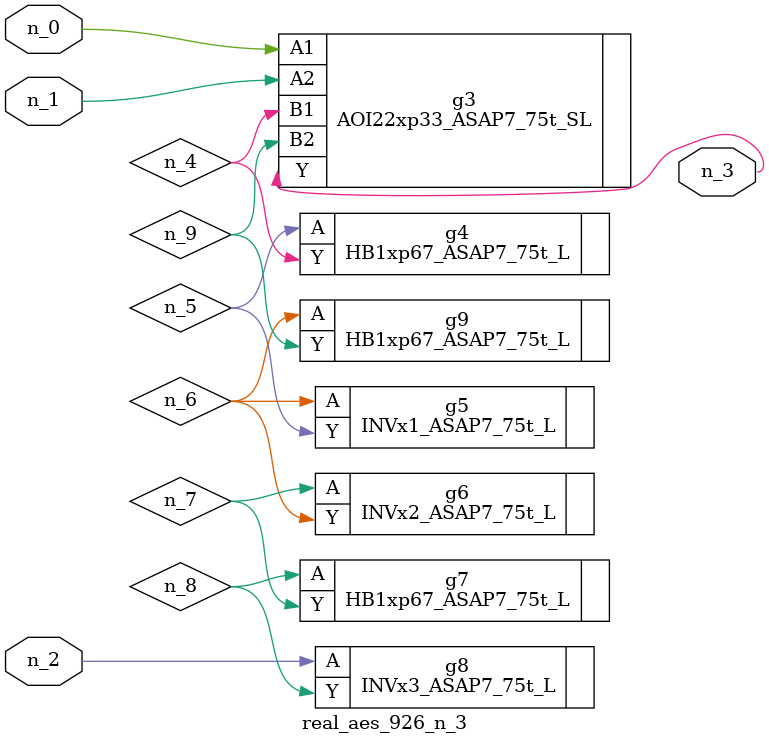
<source format=v>
module real_aes_926_n_3 (n_0, n_2, n_1, n_3);
input n_0;
input n_2;
input n_1;
output n_3;
wire n_4;
wire n_5;
wire n_7;
wire n_9;
wire n_6;
wire n_8;
AOI22xp33_ASAP7_75t_SL g3 ( .A1(n_0), .A2(n_1), .B1(n_4), .B2(n_9), .Y(n_3) );
INVx3_ASAP7_75t_L g8 ( .A(n_2), .Y(n_8) );
HB1xp67_ASAP7_75t_L g4 ( .A(n_5), .Y(n_4) );
INVx1_ASAP7_75t_L g5 ( .A(n_6), .Y(n_5) );
HB1xp67_ASAP7_75t_L g9 ( .A(n_6), .Y(n_9) );
INVx2_ASAP7_75t_L g6 ( .A(n_7), .Y(n_6) );
HB1xp67_ASAP7_75t_L g7 ( .A(n_8), .Y(n_7) );
endmodule
</source>
